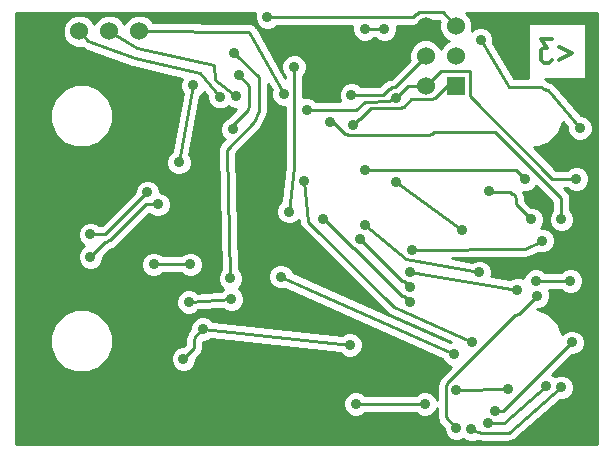
<source format=gbl>
G04 (created by PCBNEW-RS274X (2011-nov-30)-testing) date Tue 07 Aug 2012 01:29:55 PM EDT*
%MOIN*%
G04 Gerber Fmt 3.4, Leading zero omitted, Abs format*
%FSLAX34Y34*%
G01*
G70*
G90*
G04 APERTURE LIST*
%ADD10C,0.006*%
%ADD11C,0.012*%
%ADD12C,0.06*%
%ADD13R,0.06X0.06*%
%ADD14R,0.0906X0.0512*%
%ADD15R,0.0867X0.0512*%
%ADD16R,0.0591X0.0512*%
%ADD17C,0.035*%
%ADD18C,0.01*%
G04 APERTURE END LIST*
G54D10*
G54D11*
X18407Y13560D02*
X18864Y13331D01*
X18407Y13102D01*
X18178Y13826D02*
X17807Y13826D01*
X18007Y13521D01*
X17921Y13521D01*
X17864Y13483D01*
X17835Y13445D01*
X17807Y13369D01*
X17807Y13179D01*
X17835Y13102D01*
X17864Y13064D01*
X17921Y13026D01*
X18093Y13026D01*
X18150Y13064D01*
X18178Y13102D01*
G54D12*
X4430Y14070D03*
X3430Y14070D03*
X2430Y14070D03*
G54D13*
X14980Y12250D03*
G54D12*
X13980Y12250D03*
X14980Y13250D03*
X13980Y13250D03*
X14980Y14250D03*
X13980Y14250D03*
G54D14*
X751Y9114D03*
G54D15*
X1932Y8445D03*
G54D14*
X751Y5886D03*
G54D16*
X1932Y6555D03*
G54D17*
X17300Y9150D03*
X11950Y9450D03*
X11500Y11950D03*
X11550Y10950D03*
X7500Y5144D03*
X6080Y5040D03*
X16100Y8750D03*
X17500Y7800D03*
X13950Y1650D03*
X11650Y1650D03*
X15000Y2100D03*
X16716Y2130D03*
X17650Y5750D03*
X18800Y5750D03*
X18850Y3700D03*
X16300Y1400D03*
X9260Y11980D03*
X7668Y11910D03*
X7126Y11888D03*
X9918Y9074D03*
X15518Y3726D03*
X11950Y7620D03*
X15760Y6030D03*
X7580Y13350D03*
X7470Y5834D03*
X13450Y5050D03*
X10550Y7800D03*
X13450Y5550D03*
X11800Y7150D03*
X14938Y3298D03*
X9150Y5890D03*
X9596Y12888D03*
X9430Y8060D03*
X8700Y14550D03*
X7546Y10802D03*
X7750Y12600D03*
X18500Y7800D03*
X10800Y11050D03*
X17866Y7094D03*
X13512Y6792D03*
X11950Y14150D03*
X12600Y14150D03*
X15810Y13790D03*
X19120Y10840D03*
X13450Y6050D03*
X17030Y5450D03*
X18500Y2200D03*
X15500Y800D03*
X18000Y2250D03*
X16042Y1020D03*
X17700Y5250D03*
X15000Y850D03*
X5750Y9700D03*
X6230Y12270D03*
X12976Y9060D03*
X15196Y7440D03*
X8456Y10208D03*
X8050Y8318D03*
X13074Y13178D03*
X16756Y13634D03*
X4700Y8700D03*
X2800Y7300D03*
X2800Y6550D03*
X5050Y8300D03*
X11450Y3620D03*
X6130Y6300D03*
X4910Y6300D03*
X10010Y11460D03*
X19000Y9150D03*
X5900Y3150D03*
X6550Y4150D03*
X13000Y11850D03*
G54D18*
X17300Y9150D02*
X17000Y9450D01*
X17000Y9450D02*
X11950Y9450D01*
X13980Y13250D02*
X14000Y13250D01*
X14000Y13250D02*
X12950Y12200D01*
X12950Y12200D02*
X12850Y12200D01*
X12850Y12200D02*
X12800Y12150D01*
X12800Y12150D02*
X12750Y12150D01*
X12750Y12150D02*
X12550Y11950D01*
X12550Y11950D02*
X11500Y11950D01*
X11550Y10950D02*
X11750Y11150D01*
X11750Y11150D02*
X11800Y11150D01*
X11800Y11150D02*
X12150Y11500D01*
X12150Y11500D02*
X13150Y11500D01*
X13150Y11500D02*
X13200Y11550D01*
X13200Y11550D02*
X13250Y11550D01*
X13250Y11550D02*
X13500Y11800D01*
X13500Y11800D02*
X14200Y11800D01*
X14200Y11800D02*
X14250Y11850D01*
X14250Y11850D02*
X14300Y11850D01*
X14300Y11850D02*
X14700Y12250D01*
X14700Y12250D02*
X14980Y12250D01*
X7500Y5144D02*
X6080Y5040D01*
X16100Y8750D02*
X16150Y8700D01*
X16150Y8700D02*
X16800Y8700D01*
X16800Y8700D02*
X16850Y8650D01*
X16850Y8650D02*
X16900Y8650D01*
X16900Y8650D02*
X16950Y8600D01*
X16950Y8600D02*
X16950Y8550D01*
X16950Y8550D02*
X17000Y8500D01*
X17000Y8500D02*
X17000Y8300D01*
X17000Y8300D02*
X17500Y7800D01*
X13950Y1650D02*
X11650Y1650D01*
X16716Y2130D02*
X15000Y2100D01*
X17650Y5750D02*
X18800Y5750D01*
X18850Y3700D02*
X16550Y1400D01*
X16550Y1400D02*
X16300Y1400D01*
X8090Y14050D02*
X4430Y14070D01*
X9260Y11980D02*
X8090Y14050D01*
X4350Y13510D02*
X3430Y14070D01*
X6922Y12952D02*
X4350Y13510D01*
X6944Y12448D02*
X6922Y12952D01*
X7668Y11910D02*
X6944Y12448D01*
X2710Y13740D02*
X2430Y14070D01*
X4300Y13170D02*
X2710Y13740D01*
X6460Y12664D02*
X4300Y13170D01*
X7126Y11888D02*
X6460Y12664D01*
X10050Y7724D02*
X9918Y9074D01*
X12922Y4888D02*
X10050Y7724D01*
X15518Y3726D02*
X12922Y4888D01*
X13310Y6490D02*
X11950Y7620D01*
X15760Y6030D02*
X13310Y6490D01*
X7346Y10122D02*
X8252Y11048D01*
X7686Y13246D02*
X7580Y13350D01*
X8428Y12546D02*
X7686Y13246D01*
X8428Y11418D02*
X8428Y12546D01*
X8252Y11048D02*
X8428Y11418D01*
X7350Y10110D02*
X7346Y10122D01*
X7470Y5834D02*
X7350Y10110D01*
X13450Y5050D02*
X13250Y5250D01*
X13250Y5250D02*
X13200Y5250D01*
X13200Y5250D02*
X11600Y6850D01*
X11600Y6850D02*
X11550Y6850D01*
X11550Y6850D02*
X10600Y7800D01*
X10600Y7800D02*
X10550Y7800D01*
X13450Y5550D02*
X13250Y5750D01*
X13250Y5750D02*
X13200Y5750D01*
X13200Y5750D02*
X11800Y7150D01*
X9150Y5890D02*
X14938Y3298D01*
X9596Y12888D02*
X9600Y9550D01*
X9600Y9550D02*
X9430Y8060D01*
X14980Y14250D02*
X15000Y14250D01*
X13550Y14550D02*
X8700Y14550D01*
X13650Y14650D02*
X13550Y14550D01*
X13700Y14650D02*
X13650Y14650D01*
X13750Y14700D02*
X13700Y14650D01*
X14550Y14700D02*
X13750Y14700D01*
X15000Y14250D02*
X14550Y14700D01*
X7546Y10802D02*
X7550Y10950D01*
X7550Y10950D02*
X8050Y11450D01*
X8050Y11450D02*
X8050Y11500D01*
X8050Y11500D02*
X8100Y11550D01*
X8100Y11550D02*
X8100Y12250D01*
X8100Y12250D02*
X7750Y12600D01*
X18500Y7800D02*
X18500Y8500D01*
X18500Y8500D02*
X16300Y10700D01*
X16300Y10700D02*
X14250Y10700D01*
X14250Y10700D02*
X14200Y10650D01*
X14200Y10650D02*
X14150Y10650D01*
X14150Y10650D02*
X14100Y10600D01*
X14100Y10600D02*
X11400Y10600D01*
X11400Y10600D02*
X11350Y10650D01*
X11350Y10650D02*
X11300Y10650D01*
X11300Y10650D02*
X10900Y11050D01*
X10900Y11050D02*
X10800Y11050D01*
X17296Y6824D02*
X17866Y7094D01*
X13512Y6792D02*
X17296Y6824D01*
X11950Y14150D02*
X12600Y14150D01*
X15810Y13790D02*
X16750Y12200D01*
X16750Y12200D02*
X17850Y12200D01*
X17850Y12200D02*
X17900Y12150D01*
X17900Y12150D02*
X17950Y12150D01*
X17950Y12150D02*
X18000Y12100D01*
X18000Y12100D02*
X18050Y12100D01*
X18050Y12100D02*
X19120Y10840D01*
X13450Y6050D02*
X17030Y5450D01*
X18500Y2200D02*
X16744Y688D01*
X16744Y688D02*
X15844Y688D01*
X15844Y688D02*
X15504Y772D01*
X15504Y772D02*
X15484Y786D01*
X15484Y786D02*
X15550Y800D01*
X15550Y800D02*
X15500Y800D01*
X18000Y2250D02*
X16592Y1020D01*
X16592Y1020D02*
X16042Y1020D01*
X17700Y5250D02*
X17100Y4650D01*
X17100Y4650D02*
X17050Y4650D01*
X17050Y4650D02*
X17000Y4600D01*
X17000Y4600D02*
X16950Y4600D01*
X16950Y4600D02*
X14700Y2350D01*
X14700Y2350D02*
X14700Y2300D01*
X14700Y2300D02*
X14650Y2250D01*
X14650Y2250D02*
X14650Y1200D01*
X14650Y1200D02*
X15000Y850D01*
X5750Y9700D02*
X6230Y12270D01*
X15196Y7440D02*
X12976Y9060D01*
X4700Y8700D02*
X3300Y7300D01*
X3300Y7300D02*
X2800Y7300D01*
X2800Y6550D02*
X3300Y7050D01*
X3300Y7050D02*
X3350Y7050D01*
X3350Y7050D02*
X3400Y7100D01*
X3400Y7100D02*
X3450Y7100D01*
X3450Y7100D02*
X4650Y8300D01*
X4650Y8300D02*
X5050Y8300D01*
X11450Y3620D02*
X6550Y4150D01*
X4910Y6300D02*
X6130Y6300D01*
X13000Y11850D02*
X12750Y11730D01*
X11650Y11460D02*
X10010Y11460D01*
X11940Y11720D02*
X11650Y11460D01*
X12750Y11730D02*
X11940Y11720D01*
X13980Y12250D02*
X14000Y12250D01*
X14000Y12250D02*
X14500Y12750D01*
X14500Y12750D02*
X15450Y12750D01*
X15450Y12750D02*
X15450Y11900D01*
X15450Y11900D02*
X18200Y9150D01*
X18200Y9150D02*
X19000Y9150D01*
X6250Y3500D02*
X5900Y3150D01*
X6250Y3800D02*
X6250Y3500D01*
X6300Y3850D02*
X6250Y3800D01*
X6300Y3900D02*
X6300Y3850D01*
X6550Y4150D02*
X6300Y3900D01*
X13000Y11850D02*
X13400Y12250D01*
X13400Y12250D02*
X13980Y12250D01*
G54D10*
G36*
X19675Y325D02*
X3550Y325D01*
X3550Y3540D01*
X3550Y3958D01*
X3390Y4344D01*
X3095Y4640D01*
X2710Y4800D01*
X2292Y4800D01*
X1906Y4640D01*
X1610Y4345D01*
X1450Y3960D01*
X1450Y3542D01*
X1610Y3156D01*
X1905Y2860D01*
X2290Y2700D01*
X2708Y2700D01*
X3094Y2860D01*
X3390Y3155D01*
X3550Y3540D01*
X3550Y325D01*
X325Y325D01*
X325Y14675D01*
X8291Y14675D01*
X8275Y14635D01*
X8275Y14466D01*
X8339Y14310D01*
X8459Y14190D01*
X8615Y14125D01*
X8784Y14125D01*
X8940Y14189D01*
X9001Y14250D01*
X11531Y14250D01*
X11525Y14235D01*
X11525Y14066D01*
X11589Y13910D01*
X11709Y13790D01*
X11865Y13725D01*
X12034Y13725D01*
X12190Y13789D01*
X12251Y13850D01*
X12299Y13850D01*
X12359Y13790D01*
X12515Y13725D01*
X12684Y13725D01*
X12840Y13789D01*
X12960Y13909D01*
X13025Y14065D01*
X13025Y14234D01*
X13018Y14250D01*
X13550Y14250D01*
X13665Y14273D01*
X13762Y14338D01*
X13792Y14369D01*
X13815Y14373D01*
X13855Y14400D01*
X14426Y14400D01*
X14441Y14385D01*
X14431Y14359D01*
X14431Y14141D01*
X14515Y13939D01*
X14669Y13785D01*
X14753Y13750D01*
X14669Y13715D01*
X14515Y13561D01*
X14480Y13477D01*
X14445Y13561D01*
X14291Y13715D01*
X14089Y13799D01*
X13871Y13799D01*
X13669Y13715D01*
X13515Y13561D01*
X13431Y13359D01*
X13431Y13141D01*
X13441Y13116D01*
X12820Y12494D01*
X12819Y12494D01*
X12735Y12477D01*
X12671Y12435D01*
X12670Y12435D01*
X12670Y12434D01*
X12669Y12434D01*
X12635Y12427D01*
X12537Y12362D01*
X12425Y12250D01*
X11801Y12250D01*
X11741Y12310D01*
X11585Y12375D01*
X11416Y12375D01*
X11260Y12311D01*
X11140Y12191D01*
X11075Y12035D01*
X11075Y11866D01*
X11118Y11760D01*
X10311Y11760D01*
X10251Y11820D01*
X10095Y11885D01*
X9926Y11885D01*
X9897Y11874D01*
X9896Y12588D01*
X9956Y12647D01*
X10021Y12803D01*
X10021Y12972D01*
X9957Y13128D01*
X9837Y13248D01*
X9681Y13313D01*
X9512Y13313D01*
X9356Y13249D01*
X9236Y13129D01*
X9171Y12973D01*
X9171Y12804D01*
X9235Y12648D01*
X9296Y12587D01*
X9296Y12528D01*
X8351Y14198D01*
X8328Y14225D01*
X8303Y14262D01*
X8283Y14275D01*
X8274Y14286D01*
X8245Y14301D01*
X8206Y14327D01*
X8184Y14332D01*
X8170Y14339D01*
X8136Y14342D01*
X8092Y14351D01*
X4900Y14368D01*
X4895Y14381D01*
X4741Y14535D01*
X4539Y14619D01*
X4321Y14619D01*
X4119Y14535D01*
X3965Y14381D01*
X3930Y14297D01*
X3895Y14381D01*
X3741Y14535D01*
X3539Y14619D01*
X3321Y14619D01*
X3119Y14535D01*
X2965Y14381D01*
X2930Y14297D01*
X2895Y14381D01*
X2741Y14535D01*
X2539Y14619D01*
X2321Y14619D01*
X2119Y14535D01*
X1965Y14381D01*
X1881Y14179D01*
X1881Y13961D01*
X1965Y13759D01*
X2119Y13605D01*
X2321Y13521D01*
X2505Y13521D01*
X2508Y13518D01*
X2544Y13497D01*
X2573Y13474D01*
X2590Y13470D01*
X2609Y13458D01*
X4199Y12888D01*
X4214Y12886D01*
X4231Y12878D01*
X5863Y12495D01*
X5805Y12355D01*
X5805Y12186D01*
X5869Y12030D01*
X5878Y12021D01*
X5512Y10063D01*
X5510Y10061D01*
X5390Y9941D01*
X5325Y9785D01*
X5325Y9616D01*
X5389Y9460D01*
X5509Y9340D01*
X5665Y9275D01*
X5834Y9275D01*
X5990Y9339D01*
X6110Y9459D01*
X6175Y9615D01*
X6175Y9784D01*
X6111Y9940D01*
X6101Y9950D01*
X6468Y11909D01*
X6470Y11909D01*
X6590Y12029D01*
X6596Y12044D01*
X6701Y11922D01*
X6701Y11804D01*
X6765Y11648D01*
X6885Y11528D01*
X7041Y11463D01*
X7210Y11463D01*
X7366Y11527D01*
X7408Y11569D01*
X7427Y11550D01*
X7583Y11485D01*
X7661Y11485D01*
X7361Y11186D01*
X7306Y11163D01*
X7186Y11043D01*
X7121Y10887D01*
X7121Y10718D01*
X7185Y10562D01*
X7272Y10475D01*
X7132Y10332D01*
X7108Y10296D01*
X7078Y10256D01*
X7074Y10245D01*
X7068Y10234D01*
X7059Y10189D01*
X7047Y10144D01*
X7048Y10132D01*
X7046Y10119D01*
X7050Y10100D01*
X7161Y6127D01*
X7110Y6075D01*
X7045Y5919D01*
X7045Y5750D01*
X7109Y5594D01*
X7229Y5474D01*
X7175Y5421D01*
X6555Y5377D01*
X6555Y6215D01*
X6555Y6384D01*
X6491Y6540D01*
X6371Y6660D01*
X6215Y6725D01*
X6046Y6725D01*
X5890Y6661D01*
X5829Y6600D01*
X5475Y6600D01*
X5475Y8215D01*
X5475Y8384D01*
X5411Y8540D01*
X5291Y8660D01*
X5135Y8725D01*
X5125Y8725D01*
X5125Y8784D01*
X5061Y8940D01*
X4941Y9060D01*
X4785Y9125D01*
X4616Y9125D01*
X4460Y9061D01*
X4340Y8941D01*
X4275Y8785D01*
X4275Y8699D01*
X3550Y7974D01*
X3550Y11040D01*
X3550Y11458D01*
X3390Y11844D01*
X3095Y12140D01*
X2710Y12300D01*
X2292Y12300D01*
X1906Y12140D01*
X1610Y11845D01*
X1450Y11460D01*
X1450Y11042D01*
X1610Y10656D01*
X1905Y10360D01*
X2290Y10200D01*
X2708Y10200D01*
X3094Y10360D01*
X3390Y10655D01*
X3550Y11040D01*
X3550Y7974D01*
X3176Y7600D01*
X3101Y7600D01*
X3041Y7660D01*
X2885Y7725D01*
X2716Y7725D01*
X2560Y7661D01*
X2440Y7541D01*
X2375Y7385D01*
X2375Y7216D01*
X2439Y7060D01*
X2559Y6940D01*
X2594Y6926D01*
X2560Y6911D01*
X2440Y6791D01*
X2375Y6635D01*
X2375Y6466D01*
X2439Y6310D01*
X2559Y6190D01*
X2715Y6125D01*
X2884Y6125D01*
X3040Y6189D01*
X3160Y6309D01*
X3225Y6465D01*
X3225Y6551D01*
X3442Y6769D01*
X3465Y6773D01*
X3528Y6816D01*
X3565Y6823D01*
X3662Y6888D01*
X4761Y7988D01*
X4809Y7940D01*
X4965Y7875D01*
X5134Y7875D01*
X5290Y7939D01*
X5410Y8059D01*
X5475Y8215D01*
X5475Y6600D01*
X5211Y6600D01*
X5151Y6660D01*
X4995Y6725D01*
X4826Y6725D01*
X4670Y6661D01*
X4550Y6541D01*
X4485Y6385D01*
X4485Y6216D01*
X4549Y6060D01*
X4669Y5940D01*
X4825Y5875D01*
X4994Y5875D01*
X5150Y5939D01*
X5211Y6000D01*
X5829Y6000D01*
X5889Y5940D01*
X6045Y5875D01*
X6214Y5875D01*
X6370Y5939D01*
X6490Y6059D01*
X6555Y6215D01*
X6555Y5377D01*
X6359Y5362D01*
X6321Y5400D01*
X6165Y5465D01*
X5996Y5465D01*
X5840Y5401D01*
X5720Y5281D01*
X5655Y5125D01*
X5655Y4956D01*
X5719Y4800D01*
X5839Y4680D01*
X5995Y4615D01*
X6164Y4615D01*
X6320Y4679D01*
X6404Y4764D01*
X7220Y4823D01*
X7259Y4784D01*
X7415Y4719D01*
X7584Y4719D01*
X7740Y4783D01*
X7860Y4903D01*
X7925Y5059D01*
X7925Y5228D01*
X7861Y5384D01*
X7741Y5504D01*
X7830Y5593D01*
X7895Y5749D01*
X7895Y5918D01*
X7831Y6074D01*
X7760Y6145D01*
X7653Y10008D01*
X8453Y10825D01*
X8466Y10837D01*
X8492Y10879D01*
X8523Y10919D01*
X8530Y10936D01*
X8698Y11289D01*
X8699Y11295D01*
X8705Y11303D01*
X8717Y11367D01*
X8727Y11403D01*
X8726Y11409D01*
X8728Y11418D01*
X8728Y12313D01*
X8848Y12099D01*
X8835Y12065D01*
X8835Y11896D01*
X8899Y11740D01*
X9019Y11620D01*
X9175Y11555D01*
X9298Y11555D01*
X9301Y9583D01*
X9166Y8398D01*
X9070Y8301D01*
X9005Y8145D01*
X9005Y7976D01*
X9069Y7820D01*
X9189Y7700D01*
X9345Y7635D01*
X9514Y7635D01*
X9670Y7699D01*
X9744Y7774D01*
X9752Y7695D01*
X9764Y7656D01*
X9774Y7608D01*
X9782Y7596D01*
X9786Y7583D01*
X9809Y7555D01*
X9839Y7510D01*
X12697Y4693D01*
X12704Y4682D01*
X12800Y4614D01*
X14821Y3710D01*
X14789Y3697D01*
X9547Y6041D01*
X9511Y6130D01*
X9391Y6250D01*
X9235Y6315D01*
X9066Y6315D01*
X8910Y6251D01*
X8790Y6131D01*
X8725Y5975D01*
X8725Y5806D01*
X8789Y5650D01*
X8909Y5530D01*
X9065Y5465D01*
X9234Y5465D01*
X9302Y5494D01*
X14538Y3151D01*
X14577Y3058D01*
X14697Y2938D01*
X14814Y2889D01*
X14488Y2562D01*
X14423Y2465D01*
X14415Y2429D01*
X14373Y2365D01*
X14350Y2250D01*
X14350Y1795D01*
X14311Y1890D01*
X14191Y2010D01*
X14035Y2075D01*
X13866Y2075D01*
X13710Y2011D01*
X13649Y1950D01*
X11951Y1950D01*
X11891Y2010D01*
X11875Y2017D01*
X11875Y3535D01*
X11875Y3704D01*
X11811Y3860D01*
X11691Y3980D01*
X11535Y4045D01*
X11366Y4045D01*
X11210Y3981D01*
X11178Y3950D01*
X6886Y4415D01*
X6791Y4510D01*
X6635Y4575D01*
X6466Y4575D01*
X6310Y4511D01*
X6190Y4391D01*
X6125Y4235D01*
X6125Y4150D01*
X6088Y4112D01*
X6023Y4015D01*
X6015Y3979D01*
X5973Y3915D01*
X5950Y3800D01*
X5950Y3624D01*
X5901Y3575D01*
X5816Y3575D01*
X5660Y3511D01*
X5540Y3391D01*
X5475Y3235D01*
X5475Y3066D01*
X5539Y2910D01*
X5659Y2790D01*
X5815Y2725D01*
X5984Y2725D01*
X6140Y2789D01*
X6260Y2909D01*
X6325Y3065D01*
X6325Y3151D01*
X6461Y3287D01*
X6461Y3288D01*
X6462Y3288D01*
X6526Y3385D01*
X6527Y3385D01*
X6549Y3499D01*
X6550Y3500D01*
X6550Y3695D01*
X6570Y3725D01*
X6634Y3725D01*
X6790Y3789D01*
X6820Y3820D01*
X11116Y3353D01*
X11209Y3260D01*
X11365Y3195D01*
X11534Y3195D01*
X11690Y3259D01*
X11810Y3379D01*
X11875Y3535D01*
X11875Y2017D01*
X11735Y2075D01*
X11566Y2075D01*
X11410Y2011D01*
X11290Y1891D01*
X11225Y1735D01*
X11225Y1566D01*
X11289Y1410D01*
X11409Y1290D01*
X11565Y1225D01*
X11734Y1225D01*
X11890Y1289D01*
X11951Y1350D01*
X13649Y1350D01*
X13709Y1290D01*
X13865Y1225D01*
X14034Y1225D01*
X14190Y1289D01*
X14310Y1409D01*
X14350Y1505D01*
X14350Y1200D01*
X14373Y1085D01*
X14438Y988D01*
X14575Y851D01*
X14575Y766D01*
X14639Y610D01*
X14759Y490D01*
X14915Y425D01*
X15084Y425D01*
X15218Y481D01*
X15259Y440D01*
X15415Y375D01*
X15584Y375D01*
X15688Y418D01*
X15772Y397D01*
X15808Y396D01*
X15844Y388D01*
X16744Y388D01*
X16791Y398D01*
X16837Y403D01*
X16846Y409D01*
X16859Y411D01*
X16900Y439D01*
X16940Y461D01*
X16956Y476D01*
X18468Y1775D01*
X18584Y1775D01*
X18740Y1839D01*
X18860Y1959D01*
X18925Y2115D01*
X18925Y2284D01*
X18861Y2440D01*
X18741Y2560D01*
X18585Y2625D01*
X18416Y2625D01*
X18281Y2570D01*
X18241Y2610D01*
X18201Y2627D01*
X18849Y3275D01*
X18934Y3275D01*
X19090Y3339D01*
X19210Y3459D01*
X19275Y3615D01*
X19275Y3784D01*
X19211Y3940D01*
X19091Y4060D01*
X18935Y4125D01*
X18766Y4125D01*
X18610Y4061D01*
X18537Y3989D01*
X18390Y4344D01*
X18095Y4640D01*
X17710Y4800D01*
X17674Y4800D01*
X17699Y4825D01*
X17784Y4825D01*
X17940Y4889D01*
X18060Y5009D01*
X18125Y5165D01*
X18125Y5334D01*
X18077Y5450D01*
X18499Y5450D01*
X18559Y5390D01*
X18715Y5325D01*
X18884Y5325D01*
X19040Y5389D01*
X19160Y5509D01*
X19225Y5665D01*
X19225Y5834D01*
X19161Y5990D01*
X19041Y6110D01*
X18885Y6175D01*
X18716Y6175D01*
X18560Y6111D01*
X18499Y6050D01*
X17951Y6050D01*
X17891Y6110D01*
X17735Y6175D01*
X17566Y6175D01*
X17410Y6111D01*
X17290Y5991D01*
X17225Y5835D01*
X17225Y5830D01*
X17115Y5875D01*
X16946Y5875D01*
X16790Y5811D01*
X16776Y5798D01*
X16166Y5900D01*
X16185Y5945D01*
X16185Y6114D01*
X16121Y6270D01*
X16001Y6390D01*
X15845Y6455D01*
X15676Y6455D01*
X15520Y6391D01*
X15511Y6383D01*
X14866Y6504D01*
X17298Y6525D01*
X17300Y6526D01*
X17310Y6524D01*
X17386Y6544D01*
X17413Y6549D01*
X17415Y6551D01*
X17424Y6553D01*
X17721Y6694D01*
X17781Y6669D01*
X17950Y6669D01*
X18106Y6733D01*
X18226Y6853D01*
X18291Y7009D01*
X18291Y7178D01*
X18227Y7334D01*
X18107Y7454D01*
X17951Y7519D01*
X17820Y7519D01*
X17860Y7559D01*
X17925Y7715D01*
X17925Y7884D01*
X17861Y8040D01*
X17741Y8160D01*
X17585Y8225D01*
X17499Y8225D01*
X17300Y8424D01*
X17300Y8500D01*
X17299Y8501D01*
X17277Y8615D01*
X17234Y8679D01*
X17234Y8680D01*
X17233Y8681D01*
X17227Y8715D01*
X17220Y8725D01*
X17384Y8725D01*
X17540Y8789D01*
X17660Y8909D01*
X17662Y8914D01*
X18200Y8376D01*
X18200Y8101D01*
X18140Y8041D01*
X18075Y7885D01*
X18075Y7716D01*
X18139Y7560D01*
X18259Y7440D01*
X18415Y7375D01*
X18584Y7375D01*
X18740Y7439D01*
X18860Y7559D01*
X18925Y7715D01*
X18925Y7884D01*
X18861Y8040D01*
X18800Y8101D01*
X18800Y8500D01*
X18777Y8615D01*
X18712Y8712D01*
X18574Y8850D01*
X18699Y8850D01*
X18759Y8790D01*
X18915Y8725D01*
X19084Y8725D01*
X19240Y8789D01*
X19360Y8909D01*
X19425Y9065D01*
X19425Y9234D01*
X19361Y9390D01*
X19241Y9510D01*
X19085Y9575D01*
X18916Y9575D01*
X18760Y9511D01*
X18699Y9450D01*
X18324Y9450D01*
X17574Y10200D01*
X17708Y10200D01*
X18094Y10360D01*
X18390Y10655D01*
X18550Y11040D01*
X18550Y11047D01*
X18695Y10876D01*
X18695Y10756D01*
X18759Y10600D01*
X18879Y10480D01*
X19035Y10415D01*
X19204Y10415D01*
X19360Y10479D01*
X19480Y10599D01*
X19545Y10755D01*
X19545Y10924D01*
X19481Y11080D01*
X19361Y11200D01*
X19205Y11265D01*
X19151Y11265D01*
X18279Y12294D01*
X18268Y12303D01*
X18262Y12312D01*
X18225Y12337D01*
X18187Y12367D01*
X18174Y12371D01*
X18165Y12377D01*
X18130Y12384D01*
X18128Y12385D01*
X18065Y12427D01*
X18028Y12435D01*
X17965Y12477D01*
X17950Y12480D01*
X19317Y12480D01*
X19317Y14340D01*
X17383Y14340D01*
X17383Y12500D01*
X16921Y12500D01*
X16224Y13679D01*
X16235Y13705D01*
X16235Y13874D01*
X16171Y14030D01*
X16051Y14150D01*
X15895Y14215D01*
X15726Y14215D01*
X15570Y14151D01*
X15506Y14088D01*
X15529Y14141D01*
X15529Y14359D01*
X15445Y14561D01*
X15331Y14675D01*
X19675Y14675D01*
X19675Y325D01*
X19675Y325D01*
G37*
G54D18*
X19675Y325D02*
X3550Y325D01*
X3550Y3540D01*
X3550Y3958D01*
X3390Y4344D01*
X3095Y4640D01*
X2710Y4800D01*
X2292Y4800D01*
X1906Y4640D01*
X1610Y4345D01*
X1450Y3960D01*
X1450Y3542D01*
X1610Y3156D01*
X1905Y2860D01*
X2290Y2700D01*
X2708Y2700D01*
X3094Y2860D01*
X3390Y3155D01*
X3550Y3540D01*
X3550Y325D01*
X325Y325D01*
X325Y14675D01*
X8291Y14675D01*
X8275Y14635D01*
X8275Y14466D01*
X8339Y14310D01*
X8459Y14190D01*
X8615Y14125D01*
X8784Y14125D01*
X8940Y14189D01*
X9001Y14250D01*
X11531Y14250D01*
X11525Y14235D01*
X11525Y14066D01*
X11589Y13910D01*
X11709Y13790D01*
X11865Y13725D01*
X12034Y13725D01*
X12190Y13789D01*
X12251Y13850D01*
X12299Y13850D01*
X12359Y13790D01*
X12515Y13725D01*
X12684Y13725D01*
X12840Y13789D01*
X12960Y13909D01*
X13025Y14065D01*
X13025Y14234D01*
X13018Y14250D01*
X13550Y14250D01*
X13665Y14273D01*
X13762Y14338D01*
X13792Y14369D01*
X13815Y14373D01*
X13855Y14400D01*
X14426Y14400D01*
X14441Y14385D01*
X14431Y14359D01*
X14431Y14141D01*
X14515Y13939D01*
X14669Y13785D01*
X14753Y13750D01*
X14669Y13715D01*
X14515Y13561D01*
X14480Y13477D01*
X14445Y13561D01*
X14291Y13715D01*
X14089Y13799D01*
X13871Y13799D01*
X13669Y13715D01*
X13515Y13561D01*
X13431Y13359D01*
X13431Y13141D01*
X13441Y13116D01*
X12820Y12494D01*
X12819Y12494D01*
X12735Y12477D01*
X12671Y12435D01*
X12670Y12435D01*
X12670Y12434D01*
X12669Y12434D01*
X12635Y12427D01*
X12537Y12362D01*
X12425Y12250D01*
X11801Y12250D01*
X11741Y12310D01*
X11585Y12375D01*
X11416Y12375D01*
X11260Y12311D01*
X11140Y12191D01*
X11075Y12035D01*
X11075Y11866D01*
X11118Y11760D01*
X10311Y11760D01*
X10251Y11820D01*
X10095Y11885D01*
X9926Y11885D01*
X9897Y11874D01*
X9896Y12588D01*
X9956Y12647D01*
X10021Y12803D01*
X10021Y12972D01*
X9957Y13128D01*
X9837Y13248D01*
X9681Y13313D01*
X9512Y13313D01*
X9356Y13249D01*
X9236Y13129D01*
X9171Y12973D01*
X9171Y12804D01*
X9235Y12648D01*
X9296Y12587D01*
X9296Y12528D01*
X8351Y14198D01*
X8328Y14225D01*
X8303Y14262D01*
X8283Y14275D01*
X8274Y14286D01*
X8245Y14301D01*
X8206Y14327D01*
X8184Y14332D01*
X8170Y14339D01*
X8136Y14342D01*
X8092Y14351D01*
X4900Y14368D01*
X4895Y14381D01*
X4741Y14535D01*
X4539Y14619D01*
X4321Y14619D01*
X4119Y14535D01*
X3965Y14381D01*
X3930Y14297D01*
X3895Y14381D01*
X3741Y14535D01*
X3539Y14619D01*
X3321Y14619D01*
X3119Y14535D01*
X2965Y14381D01*
X2930Y14297D01*
X2895Y14381D01*
X2741Y14535D01*
X2539Y14619D01*
X2321Y14619D01*
X2119Y14535D01*
X1965Y14381D01*
X1881Y14179D01*
X1881Y13961D01*
X1965Y13759D01*
X2119Y13605D01*
X2321Y13521D01*
X2505Y13521D01*
X2508Y13518D01*
X2544Y13497D01*
X2573Y13474D01*
X2590Y13470D01*
X2609Y13458D01*
X4199Y12888D01*
X4214Y12886D01*
X4231Y12878D01*
X5863Y12495D01*
X5805Y12355D01*
X5805Y12186D01*
X5869Y12030D01*
X5878Y12021D01*
X5512Y10063D01*
X5510Y10061D01*
X5390Y9941D01*
X5325Y9785D01*
X5325Y9616D01*
X5389Y9460D01*
X5509Y9340D01*
X5665Y9275D01*
X5834Y9275D01*
X5990Y9339D01*
X6110Y9459D01*
X6175Y9615D01*
X6175Y9784D01*
X6111Y9940D01*
X6101Y9950D01*
X6468Y11909D01*
X6470Y11909D01*
X6590Y12029D01*
X6596Y12044D01*
X6701Y11922D01*
X6701Y11804D01*
X6765Y11648D01*
X6885Y11528D01*
X7041Y11463D01*
X7210Y11463D01*
X7366Y11527D01*
X7408Y11569D01*
X7427Y11550D01*
X7583Y11485D01*
X7661Y11485D01*
X7361Y11186D01*
X7306Y11163D01*
X7186Y11043D01*
X7121Y10887D01*
X7121Y10718D01*
X7185Y10562D01*
X7272Y10475D01*
X7132Y10332D01*
X7108Y10296D01*
X7078Y10256D01*
X7074Y10245D01*
X7068Y10234D01*
X7059Y10189D01*
X7047Y10144D01*
X7048Y10132D01*
X7046Y10119D01*
X7050Y10100D01*
X7161Y6127D01*
X7110Y6075D01*
X7045Y5919D01*
X7045Y5750D01*
X7109Y5594D01*
X7229Y5474D01*
X7175Y5421D01*
X6555Y5377D01*
X6555Y6215D01*
X6555Y6384D01*
X6491Y6540D01*
X6371Y6660D01*
X6215Y6725D01*
X6046Y6725D01*
X5890Y6661D01*
X5829Y6600D01*
X5475Y6600D01*
X5475Y8215D01*
X5475Y8384D01*
X5411Y8540D01*
X5291Y8660D01*
X5135Y8725D01*
X5125Y8725D01*
X5125Y8784D01*
X5061Y8940D01*
X4941Y9060D01*
X4785Y9125D01*
X4616Y9125D01*
X4460Y9061D01*
X4340Y8941D01*
X4275Y8785D01*
X4275Y8699D01*
X3550Y7974D01*
X3550Y11040D01*
X3550Y11458D01*
X3390Y11844D01*
X3095Y12140D01*
X2710Y12300D01*
X2292Y12300D01*
X1906Y12140D01*
X1610Y11845D01*
X1450Y11460D01*
X1450Y11042D01*
X1610Y10656D01*
X1905Y10360D01*
X2290Y10200D01*
X2708Y10200D01*
X3094Y10360D01*
X3390Y10655D01*
X3550Y11040D01*
X3550Y7974D01*
X3176Y7600D01*
X3101Y7600D01*
X3041Y7660D01*
X2885Y7725D01*
X2716Y7725D01*
X2560Y7661D01*
X2440Y7541D01*
X2375Y7385D01*
X2375Y7216D01*
X2439Y7060D01*
X2559Y6940D01*
X2594Y6926D01*
X2560Y6911D01*
X2440Y6791D01*
X2375Y6635D01*
X2375Y6466D01*
X2439Y6310D01*
X2559Y6190D01*
X2715Y6125D01*
X2884Y6125D01*
X3040Y6189D01*
X3160Y6309D01*
X3225Y6465D01*
X3225Y6551D01*
X3442Y6769D01*
X3465Y6773D01*
X3528Y6816D01*
X3565Y6823D01*
X3662Y6888D01*
X4761Y7988D01*
X4809Y7940D01*
X4965Y7875D01*
X5134Y7875D01*
X5290Y7939D01*
X5410Y8059D01*
X5475Y8215D01*
X5475Y6600D01*
X5211Y6600D01*
X5151Y6660D01*
X4995Y6725D01*
X4826Y6725D01*
X4670Y6661D01*
X4550Y6541D01*
X4485Y6385D01*
X4485Y6216D01*
X4549Y6060D01*
X4669Y5940D01*
X4825Y5875D01*
X4994Y5875D01*
X5150Y5939D01*
X5211Y6000D01*
X5829Y6000D01*
X5889Y5940D01*
X6045Y5875D01*
X6214Y5875D01*
X6370Y5939D01*
X6490Y6059D01*
X6555Y6215D01*
X6555Y5377D01*
X6359Y5362D01*
X6321Y5400D01*
X6165Y5465D01*
X5996Y5465D01*
X5840Y5401D01*
X5720Y5281D01*
X5655Y5125D01*
X5655Y4956D01*
X5719Y4800D01*
X5839Y4680D01*
X5995Y4615D01*
X6164Y4615D01*
X6320Y4679D01*
X6404Y4764D01*
X7220Y4823D01*
X7259Y4784D01*
X7415Y4719D01*
X7584Y4719D01*
X7740Y4783D01*
X7860Y4903D01*
X7925Y5059D01*
X7925Y5228D01*
X7861Y5384D01*
X7741Y5504D01*
X7830Y5593D01*
X7895Y5749D01*
X7895Y5918D01*
X7831Y6074D01*
X7760Y6145D01*
X7653Y10008D01*
X8453Y10825D01*
X8466Y10837D01*
X8492Y10879D01*
X8523Y10919D01*
X8530Y10936D01*
X8698Y11289D01*
X8699Y11295D01*
X8705Y11303D01*
X8717Y11367D01*
X8727Y11403D01*
X8726Y11409D01*
X8728Y11418D01*
X8728Y12313D01*
X8848Y12099D01*
X8835Y12065D01*
X8835Y11896D01*
X8899Y11740D01*
X9019Y11620D01*
X9175Y11555D01*
X9298Y11555D01*
X9301Y9583D01*
X9166Y8398D01*
X9070Y8301D01*
X9005Y8145D01*
X9005Y7976D01*
X9069Y7820D01*
X9189Y7700D01*
X9345Y7635D01*
X9514Y7635D01*
X9670Y7699D01*
X9744Y7774D01*
X9752Y7695D01*
X9764Y7656D01*
X9774Y7608D01*
X9782Y7596D01*
X9786Y7583D01*
X9809Y7555D01*
X9839Y7510D01*
X12697Y4693D01*
X12704Y4682D01*
X12800Y4614D01*
X14821Y3710D01*
X14789Y3697D01*
X9547Y6041D01*
X9511Y6130D01*
X9391Y6250D01*
X9235Y6315D01*
X9066Y6315D01*
X8910Y6251D01*
X8790Y6131D01*
X8725Y5975D01*
X8725Y5806D01*
X8789Y5650D01*
X8909Y5530D01*
X9065Y5465D01*
X9234Y5465D01*
X9302Y5494D01*
X14538Y3151D01*
X14577Y3058D01*
X14697Y2938D01*
X14814Y2889D01*
X14488Y2562D01*
X14423Y2465D01*
X14415Y2429D01*
X14373Y2365D01*
X14350Y2250D01*
X14350Y1795D01*
X14311Y1890D01*
X14191Y2010D01*
X14035Y2075D01*
X13866Y2075D01*
X13710Y2011D01*
X13649Y1950D01*
X11951Y1950D01*
X11891Y2010D01*
X11875Y2017D01*
X11875Y3535D01*
X11875Y3704D01*
X11811Y3860D01*
X11691Y3980D01*
X11535Y4045D01*
X11366Y4045D01*
X11210Y3981D01*
X11178Y3950D01*
X6886Y4415D01*
X6791Y4510D01*
X6635Y4575D01*
X6466Y4575D01*
X6310Y4511D01*
X6190Y4391D01*
X6125Y4235D01*
X6125Y4150D01*
X6088Y4112D01*
X6023Y4015D01*
X6015Y3979D01*
X5973Y3915D01*
X5950Y3800D01*
X5950Y3624D01*
X5901Y3575D01*
X5816Y3575D01*
X5660Y3511D01*
X5540Y3391D01*
X5475Y3235D01*
X5475Y3066D01*
X5539Y2910D01*
X5659Y2790D01*
X5815Y2725D01*
X5984Y2725D01*
X6140Y2789D01*
X6260Y2909D01*
X6325Y3065D01*
X6325Y3151D01*
X6461Y3287D01*
X6461Y3288D01*
X6462Y3288D01*
X6526Y3385D01*
X6527Y3385D01*
X6549Y3499D01*
X6550Y3500D01*
X6550Y3695D01*
X6570Y3725D01*
X6634Y3725D01*
X6790Y3789D01*
X6820Y3820D01*
X11116Y3353D01*
X11209Y3260D01*
X11365Y3195D01*
X11534Y3195D01*
X11690Y3259D01*
X11810Y3379D01*
X11875Y3535D01*
X11875Y2017D01*
X11735Y2075D01*
X11566Y2075D01*
X11410Y2011D01*
X11290Y1891D01*
X11225Y1735D01*
X11225Y1566D01*
X11289Y1410D01*
X11409Y1290D01*
X11565Y1225D01*
X11734Y1225D01*
X11890Y1289D01*
X11951Y1350D01*
X13649Y1350D01*
X13709Y1290D01*
X13865Y1225D01*
X14034Y1225D01*
X14190Y1289D01*
X14310Y1409D01*
X14350Y1505D01*
X14350Y1200D01*
X14373Y1085D01*
X14438Y988D01*
X14575Y851D01*
X14575Y766D01*
X14639Y610D01*
X14759Y490D01*
X14915Y425D01*
X15084Y425D01*
X15218Y481D01*
X15259Y440D01*
X15415Y375D01*
X15584Y375D01*
X15688Y418D01*
X15772Y397D01*
X15808Y396D01*
X15844Y388D01*
X16744Y388D01*
X16791Y398D01*
X16837Y403D01*
X16846Y409D01*
X16859Y411D01*
X16900Y439D01*
X16940Y461D01*
X16956Y476D01*
X18468Y1775D01*
X18584Y1775D01*
X18740Y1839D01*
X18860Y1959D01*
X18925Y2115D01*
X18925Y2284D01*
X18861Y2440D01*
X18741Y2560D01*
X18585Y2625D01*
X18416Y2625D01*
X18281Y2570D01*
X18241Y2610D01*
X18201Y2627D01*
X18849Y3275D01*
X18934Y3275D01*
X19090Y3339D01*
X19210Y3459D01*
X19275Y3615D01*
X19275Y3784D01*
X19211Y3940D01*
X19091Y4060D01*
X18935Y4125D01*
X18766Y4125D01*
X18610Y4061D01*
X18537Y3989D01*
X18390Y4344D01*
X18095Y4640D01*
X17710Y4800D01*
X17674Y4800D01*
X17699Y4825D01*
X17784Y4825D01*
X17940Y4889D01*
X18060Y5009D01*
X18125Y5165D01*
X18125Y5334D01*
X18077Y5450D01*
X18499Y5450D01*
X18559Y5390D01*
X18715Y5325D01*
X18884Y5325D01*
X19040Y5389D01*
X19160Y5509D01*
X19225Y5665D01*
X19225Y5834D01*
X19161Y5990D01*
X19041Y6110D01*
X18885Y6175D01*
X18716Y6175D01*
X18560Y6111D01*
X18499Y6050D01*
X17951Y6050D01*
X17891Y6110D01*
X17735Y6175D01*
X17566Y6175D01*
X17410Y6111D01*
X17290Y5991D01*
X17225Y5835D01*
X17225Y5830D01*
X17115Y5875D01*
X16946Y5875D01*
X16790Y5811D01*
X16776Y5798D01*
X16166Y5900D01*
X16185Y5945D01*
X16185Y6114D01*
X16121Y6270D01*
X16001Y6390D01*
X15845Y6455D01*
X15676Y6455D01*
X15520Y6391D01*
X15511Y6383D01*
X14866Y6504D01*
X17298Y6525D01*
X17300Y6526D01*
X17310Y6524D01*
X17386Y6544D01*
X17413Y6549D01*
X17415Y6551D01*
X17424Y6553D01*
X17721Y6694D01*
X17781Y6669D01*
X17950Y6669D01*
X18106Y6733D01*
X18226Y6853D01*
X18291Y7009D01*
X18291Y7178D01*
X18227Y7334D01*
X18107Y7454D01*
X17951Y7519D01*
X17820Y7519D01*
X17860Y7559D01*
X17925Y7715D01*
X17925Y7884D01*
X17861Y8040D01*
X17741Y8160D01*
X17585Y8225D01*
X17499Y8225D01*
X17300Y8424D01*
X17300Y8500D01*
X17299Y8501D01*
X17277Y8615D01*
X17234Y8679D01*
X17234Y8680D01*
X17233Y8681D01*
X17227Y8715D01*
X17220Y8725D01*
X17384Y8725D01*
X17540Y8789D01*
X17660Y8909D01*
X17662Y8914D01*
X18200Y8376D01*
X18200Y8101D01*
X18140Y8041D01*
X18075Y7885D01*
X18075Y7716D01*
X18139Y7560D01*
X18259Y7440D01*
X18415Y7375D01*
X18584Y7375D01*
X18740Y7439D01*
X18860Y7559D01*
X18925Y7715D01*
X18925Y7884D01*
X18861Y8040D01*
X18800Y8101D01*
X18800Y8500D01*
X18777Y8615D01*
X18712Y8712D01*
X18574Y8850D01*
X18699Y8850D01*
X18759Y8790D01*
X18915Y8725D01*
X19084Y8725D01*
X19240Y8789D01*
X19360Y8909D01*
X19425Y9065D01*
X19425Y9234D01*
X19361Y9390D01*
X19241Y9510D01*
X19085Y9575D01*
X18916Y9575D01*
X18760Y9511D01*
X18699Y9450D01*
X18324Y9450D01*
X17574Y10200D01*
X17708Y10200D01*
X18094Y10360D01*
X18390Y10655D01*
X18550Y11040D01*
X18550Y11047D01*
X18695Y10876D01*
X18695Y10756D01*
X18759Y10600D01*
X18879Y10480D01*
X19035Y10415D01*
X19204Y10415D01*
X19360Y10479D01*
X19480Y10599D01*
X19545Y10755D01*
X19545Y10924D01*
X19481Y11080D01*
X19361Y11200D01*
X19205Y11265D01*
X19151Y11265D01*
X18279Y12294D01*
X18268Y12303D01*
X18262Y12312D01*
X18225Y12337D01*
X18187Y12367D01*
X18174Y12371D01*
X18165Y12377D01*
X18130Y12384D01*
X18128Y12385D01*
X18065Y12427D01*
X18028Y12435D01*
X17965Y12477D01*
X17950Y12480D01*
X19317Y12480D01*
X19317Y14340D01*
X17383Y14340D01*
X17383Y12500D01*
X16921Y12500D01*
X16224Y13679D01*
X16235Y13705D01*
X16235Y13874D01*
X16171Y14030D01*
X16051Y14150D01*
X15895Y14215D01*
X15726Y14215D01*
X15570Y14151D01*
X15506Y14088D01*
X15529Y14141D01*
X15529Y14359D01*
X15445Y14561D01*
X15331Y14675D01*
X19675Y14675D01*
X19675Y325D01*
M02*

</source>
